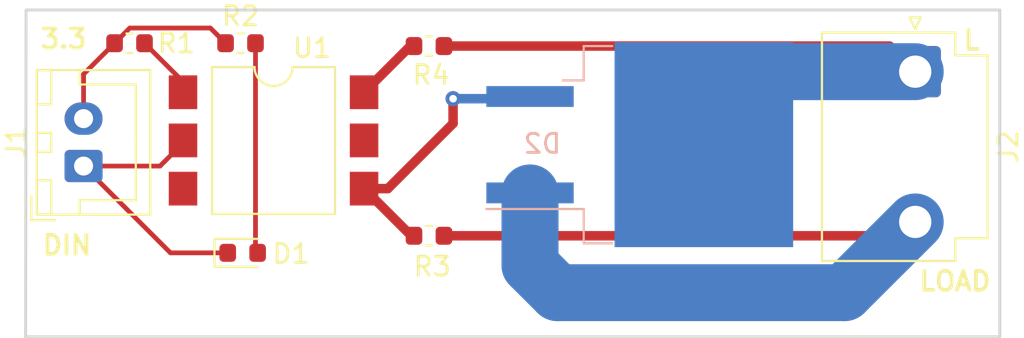
<source format=kicad_pcb>
(kicad_pcb (version 20171130) (host pcbnew 5.0.2-bee76a0~70~ubuntu18.04.1)

  (general
    (thickness 1.6)
    (drawings 8)
    (tracks 36)
    (zones 0)
    (modules 9)
    (nets 9)
  )

  (page A4)
  (layers
    (0 F.Cu signal)
    (31 B.Cu signal)
    (32 B.Adhes user)
    (33 F.Adhes user)
    (34 B.Paste user)
    (35 F.Paste user)
    (36 B.SilkS user)
    (37 F.SilkS user)
    (38 B.Mask user)
    (39 F.Mask user)
    (40 Dwgs.User user)
    (41 Cmts.User user)
    (42 Eco1.User user)
    (43 Eco2.User user)
    (44 Edge.Cuts user)
    (45 Margin user)
    (46 B.CrtYd user)
    (47 F.CrtYd user)
    (48 B.Fab user hide)
    (49 F.Fab user)
  )

  (setup
    (last_trace_width 0.25)
    (trace_clearance 0.2)
    (zone_clearance 0.508)
    (zone_45_only no)
    (trace_min 0.2)
    (segment_width 0.2)
    (edge_width 0.15)
    (via_size 0.8)
    (via_drill 0.4)
    (via_min_size 0.4)
    (via_min_drill 0.3)
    (uvia_size 0.3)
    (uvia_drill 0.1)
    (uvias_allowed no)
    (uvia_min_size 0.2)
    (uvia_min_drill 0.1)
    (pcb_text_width 0.3)
    (pcb_text_size 1.5 1.5)
    (mod_edge_width 0.15)
    (mod_text_size 1 1)
    (mod_text_width 0.15)
    (pad_size 1.524 1.524)
    (pad_drill 0.762)
    (pad_to_mask_clearance 0.051)
    (solder_mask_min_width 0.25)
    (aux_axis_origin 0 0)
    (visible_elements FFFDFF7F)
    (pcbplotparams
      (layerselection 0x010fc_ffffffff)
      (usegerberextensions true)
      (usegerberattributes false)
      (usegerberadvancedattributes false)
      (creategerberjobfile false)
      (excludeedgelayer true)
      (linewidth 0.100000)
      (plotframeref false)
      (viasonmask false)
      (mode 1)
      (useauxorigin false)
      (hpglpennumber 1)
      (hpglpenspeed 20)
      (hpglpendiameter 15.000000)
      (psnegative false)
      (psa4output false)
      (plotreference false)
      (plotvalue true)
      (plotinvisibletext false)
      (padsonsilk false)
      (subtractmaskfromsilk false)
      (outputformat 1)
      (mirror false)
      (drillshape 0)
      (scaleselection 1)
      (outputdirectory "Gerber_v1.0/"))
  )

  (net 0 "")
  (net 1 "Net-(J1-Pad2)")
  (net 2 "Net-(R1-Pad1)")
  (net 3 /ACHC1)
  (net 4 /ACHC2)
  (net 5 "Net-(D1-Pad1)")
  (net 6 "Net-(D1-Pad2)")
  (net 7 "Net-(D2-Pad3)")
  (net 8 "Net-(R4-Pad2)")

  (net_class Default "This is the default net class."
    (clearance 0.2)
    (trace_width 0.25)
    (via_dia 0.8)
    (via_drill 0.4)
    (uvia_dia 0.3)
    (uvia_drill 0.1)
    (add_net "Net-(D1-Pad1)")
    (add_net "Net-(D1-Pad2)")
    (add_net "Net-(J1-Pad2)")
    (add_net "Net-(R1-Pad1)")
  )

  (net_class ACHC ""
    (clearance 1.5)
    (trace_width 3)
    (via_dia 0.8)
    (via_drill 0.4)
    (uvia_dia 0.3)
    (uvia_drill 0.1)
  )

  (net_class ACLC ""
    (clearance 0.8)
    (trace_width 0.5)
    (via_dia 0.8)
    (via_drill 0.4)
    (uvia_dia 0.3)
    (uvia_drill 0.1)
    (add_net /ACHC1)
    (add_net /ACHC2)
    (add_net "Net-(D2-Pad3)")
    (add_net "Net-(R4-Pad2)")
  )

  (module Connector_JST:JST_VH_B2P3-VH_1x02_P7.92mm_Vertical (layer F.Cu) (tedit 5D924E0B) (tstamp 5F1BEE22)
    (at 136.3 73.5 270)
    (descr "JST VH series connector, B2P3-VH (http://www.jst-mfg.com/product/pdf/eng/eVH.pdf), generated with kicad-footprint-generator")
    (tags "connector JST VH vertical")
    (path /5F06ECC2)
    (fp_text reference J2 (at 3.96 -4.9 270) (layer F.SilkS)
      (effects (font (size 1 1) (thickness 0.15)))
    )
    (fp_text value Conn_01x02 (at 11.412635 0.686025) (layer F.Fab)
      (effects (font (size 1 1) (thickness 0.15)))
    )
    (fp_line (start -1.95 -2) (end -1.95 4.8) (layer F.Fab) (width 0.1))
    (fp_line (start -1.95 4.8) (end 9.87 4.8) (layer F.Fab) (width 0.1))
    (fp_line (start 9.87 4.8) (end 9.87 -2) (layer F.Fab) (width 0.1))
    (fp_line (start 9.87 -2) (end -1.95 -2) (layer F.Fab) (width 0.1))
    (fp_line (start -0.75 -2) (end -0.75 -3.7) (layer F.Fab) (width 0.1))
    (fp_line (start -0.75 -3.7) (end 8.67 -3.7) (layer F.Fab) (width 0.1))
    (fp_line (start 8.67 -3.7) (end 8.67 -2) (layer F.Fab) (width 0.1))
    (fp_line (start -1.95 -1) (end -0.95 0) (layer F.Fab) (width 0.1))
    (fp_line (start -1.95 1) (end -0.95 0) (layer F.Fab) (width 0.1))
    (fp_line (start -2.45 -4.2) (end -2.45 5.3) (layer F.CrtYd) (width 0.05))
    (fp_line (start -2.45 5.3) (end 10.37 5.3) (layer F.CrtYd) (width 0.05))
    (fp_line (start 10.37 5.3) (end 10.37 -4.2) (layer F.CrtYd) (width 0.05))
    (fp_line (start 10.37 -4.2) (end -2.45 -4.2) (layer F.CrtYd) (width 0.05))
    (fp_line (start -2.06 4.91) (end -2.06 -2.11) (layer F.SilkS) (width 0.12))
    (fp_line (start -2.06 -2.11) (end -0.86 -2.11) (layer F.SilkS) (width 0.12))
    (fp_line (start -0.86 -2.11) (end -0.86 -3.81) (layer F.SilkS) (width 0.12))
    (fp_line (start -0.86 -3.81) (end 8.78 -3.81) (layer F.SilkS) (width 0.12))
    (fp_line (start 8.78 -3.81) (end 8.78 -2.11) (layer F.SilkS) (width 0.12))
    (fp_line (start 8.78 -2.11) (end 9.98 -2.11) (layer F.SilkS) (width 0.12))
    (fp_line (start 9.98 -2.11) (end 9.98 4.91) (layer F.SilkS) (width 0.12))
    (fp_line (start 9.98 4.91) (end -2.06 4.91) (layer F.SilkS) (width 0.12))
    (fp_line (start -2.26 0) (end -2.86 0.3) (layer F.SilkS) (width 0.12))
    (fp_line (start -2.86 0.3) (end -2.86 -0.3) (layer F.SilkS) (width 0.12))
    (fp_line (start -2.86 -0.3) (end -2.26 0) (layer F.SilkS) (width 0.12))
    (fp_text user %R (at 3.96 4.1 270) (layer F.Fab)
      (effects (font (size 1 1) (thickness 0.15)))
    )
    (pad 1 thru_hole roundrect (at 0 0 270) (size 2.7 2.7) (drill 1.7) (layers *.Cu *.Mask) (roundrect_rratio 0.09259299999999999)
      (net 4 /ACHC2))
    (pad 2 thru_hole circle (at 7.92 0 270) (size 2.7 2.7) (drill 1.7) (layers *.Cu *.Mask)
      (net 3 /ACHC1))
    (model ${KISYS3DMOD}/Connector_JST.3dshapes/JST_VH_B2P3-VH_1x02_P7.92mm_Vertical.wrl
      (at (xyz 0 0 0))
      (scale (xyz 1 1 1))
      (rotate (xyz 0 0 0))
    )
  )

  (module Connector_JST:JST_XH_B2B-XH-A_1x02_P2.50mm_Vertical (layer F.Cu) (tedit 5C28146C) (tstamp 5F1BEE03)
    (at 92.525 78.475 90)
    (descr "JST XH series connector, B2B-XH-A (http://www.jst-mfg.com/product/pdf/eng/eXH.pdf), generated with kicad-footprint-generator")
    (tags "connector JST XH vertical")
    (path /5F0D8789)
    (fp_text reference J1 (at 1.25 -3.55 90) (layer F.SilkS)
      (effects (font (size 1 1) (thickness 0.15)))
    )
    (fp_text value Conn_01x02 (at -3.95 0.6 180) (layer F.Fab)
      (effects (font (size 1 1) (thickness 0.15)))
    )
    (fp_line (start -2.45 -2.35) (end -2.45 3.4) (layer F.Fab) (width 0.1))
    (fp_line (start -2.45 3.4) (end 4.95 3.4) (layer F.Fab) (width 0.1))
    (fp_line (start 4.95 3.4) (end 4.95 -2.35) (layer F.Fab) (width 0.1))
    (fp_line (start 4.95 -2.35) (end -2.45 -2.35) (layer F.Fab) (width 0.1))
    (fp_line (start -2.56 -2.46) (end -2.56 3.51) (layer F.SilkS) (width 0.12))
    (fp_line (start -2.56 3.51) (end 5.06 3.51) (layer F.SilkS) (width 0.12))
    (fp_line (start 5.06 3.51) (end 5.06 -2.46) (layer F.SilkS) (width 0.12))
    (fp_line (start 5.06 -2.46) (end -2.56 -2.46) (layer F.SilkS) (width 0.12))
    (fp_line (start -2.95 -2.85) (end -2.95 3.9) (layer F.CrtYd) (width 0.05))
    (fp_line (start -2.95 3.9) (end 5.45 3.9) (layer F.CrtYd) (width 0.05))
    (fp_line (start 5.45 3.9) (end 5.45 -2.85) (layer F.CrtYd) (width 0.05))
    (fp_line (start 5.45 -2.85) (end -2.95 -2.85) (layer F.CrtYd) (width 0.05))
    (fp_line (start -0.625 -2.35) (end 0 -1.35) (layer F.Fab) (width 0.1))
    (fp_line (start 0 -1.35) (end 0.625 -2.35) (layer F.Fab) (width 0.1))
    (fp_line (start 0.75 -2.45) (end 0.75 -1.7) (layer F.SilkS) (width 0.12))
    (fp_line (start 0.75 -1.7) (end 1.75 -1.7) (layer F.SilkS) (width 0.12))
    (fp_line (start 1.75 -1.7) (end 1.75 -2.45) (layer F.SilkS) (width 0.12))
    (fp_line (start 1.75 -2.45) (end 0.75 -2.45) (layer F.SilkS) (width 0.12))
    (fp_line (start -2.55 -2.45) (end -2.55 -1.7) (layer F.SilkS) (width 0.12))
    (fp_line (start -2.55 -1.7) (end -0.75 -1.7) (layer F.SilkS) (width 0.12))
    (fp_line (start -0.75 -1.7) (end -0.75 -2.45) (layer F.SilkS) (width 0.12))
    (fp_line (start -0.75 -2.45) (end -2.55 -2.45) (layer F.SilkS) (width 0.12))
    (fp_line (start 3.25 -2.45) (end 3.25 -1.7) (layer F.SilkS) (width 0.12))
    (fp_line (start 3.25 -1.7) (end 5.05 -1.7) (layer F.SilkS) (width 0.12))
    (fp_line (start 5.05 -1.7) (end 5.05 -2.45) (layer F.SilkS) (width 0.12))
    (fp_line (start 5.05 -2.45) (end 3.25 -2.45) (layer F.SilkS) (width 0.12))
    (fp_line (start -2.55 -0.2) (end -1.8 -0.2) (layer F.SilkS) (width 0.12))
    (fp_line (start -1.8 -0.2) (end -1.8 2.75) (layer F.SilkS) (width 0.12))
    (fp_line (start -1.8 2.75) (end 1.25 2.75) (layer F.SilkS) (width 0.12))
    (fp_line (start 5.05 -0.2) (end 4.3 -0.2) (layer F.SilkS) (width 0.12))
    (fp_line (start 4.3 -0.2) (end 4.3 2.75) (layer F.SilkS) (width 0.12))
    (fp_line (start 4.3 2.75) (end 1.25 2.75) (layer F.SilkS) (width 0.12))
    (fp_line (start -1.6 -2.75) (end -2.85 -2.75) (layer F.SilkS) (width 0.12))
    (fp_line (start -2.85 -2.75) (end -2.85 -1.5) (layer F.SilkS) (width 0.12))
    (fp_text user %R (at 1.25 2.7 90) (layer F.Fab)
      (effects (font (size 1 1) (thickness 0.15)))
    )
    (pad 1 thru_hole roundrect (at 0 0 90) (size 1.7 2) (drill 1) (layers *.Cu *.Mask) (roundrect_rratio 0.147059)
      (net 5 "Net-(D1-Pad1)"))
    (pad 2 thru_hole oval (at 2.5 0 90) (size 1.7 2) (drill 1) (layers *.Cu *.Mask)
      (net 1 "Net-(J1-Pad2)"))
    (model ${KISYS3DMOD}/Connector_JST.3dshapes/JST_XH_B2B-XH-A_1x02_P2.50mm_Vertical.wrl
      (at (xyz 0 0 0))
      (scale (xyz 1 1 1))
      (rotate (xyz 0 0 0))
    )
  )

  (module Resistor_SMD:R_0603_1608Metric (layer F.Cu) (tedit 5B301BBD) (tstamp 5F1BEE57)
    (at 94.945 72 180)
    (descr "Resistor SMD 0603 (1608 Metric), square (rectangular) end terminal, IPC_7351 nominal, (Body size source: http://www.tortai-tech.com/upload/download/2011102023233369053.pdf), generated with kicad-footprint-generator")
    (tags resistor)
    (path /5F06E6AE)
    (attr smd)
    (fp_text reference R1 (at -2.4625 0 180) (layer F.SilkS)
      (effects (font (size 1 1) (thickness 0.15)))
    )
    (fp_text value 220 (at 3.1375 0.05 180) (layer F.Fab)
      (effects (font (size 1 1) (thickness 0.15)))
    )
    (fp_line (start -0.8 0.4) (end -0.8 -0.4) (layer F.Fab) (width 0.1))
    (fp_line (start -0.8 -0.4) (end 0.8 -0.4) (layer F.Fab) (width 0.1))
    (fp_line (start 0.8 -0.4) (end 0.8 0.4) (layer F.Fab) (width 0.1))
    (fp_line (start 0.8 0.4) (end -0.8 0.4) (layer F.Fab) (width 0.1))
    (fp_line (start -0.162779 -0.51) (end 0.162779 -0.51) (layer F.SilkS) (width 0.12))
    (fp_line (start -0.162779 0.51) (end 0.162779 0.51) (layer F.SilkS) (width 0.12))
    (fp_line (start -1.48 0.73) (end -1.48 -0.73) (layer F.CrtYd) (width 0.05))
    (fp_line (start -1.48 -0.73) (end 1.48 -0.73) (layer F.CrtYd) (width 0.05))
    (fp_line (start 1.48 -0.73) (end 1.48 0.73) (layer F.CrtYd) (width 0.05))
    (fp_line (start 1.48 0.73) (end -1.48 0.73) (layer F.CrtYd) (width 0.05))
    (fp_text user %R (at 0 0 180) (layer F.Fab)
      (effects (font (size 0.4 0.4) (thickness 0.06)))
    )
    (pad 1 smd roundrect (at -0.7875 0 180) (size 0.875 0.95) (layers F.Cu F.Paste F.Mask) (roundrect_rratio 0.25)
      (net 2 "Net-(R1-Pad1)"))
    (pad 2 smd roundrect (at 0.7875 0 180) (size 0.875 0.95) (layers F.Cu F.Paste F.Mask) (roundrect_rratio 0.25)
      (net 1 "Net-(J1-Pad2)"))
    (model ${KISYS3DMOD}/Resistor_SMD.3dshapes/R_0603_1608Metric.wrl
      (at (xyz 0 0 0))
      (scale (xyz 1 1 1))
      (rotate (xyz 0 0 0))
    )
  )

  (module Resistor_SMD:R_0603_1608Metric (layer F.Cu) (tedit 5B301BBD) (tstamp 5F1BEE68)
    (at 110.705 82.15 180)
    (descr "Resistor SMD 0603 (1608 Metric), square (rectangular) end terminal, IPC_7351 nominal, (Body size source: http://www.tortai-tech.com/upload/download/2011102023233369053.pdf), generated with kicad-footprint-generator")
    (tags resistor)
    (path /5F06E8F2)
    (attr smd)
    (fp_text reference R3 (at -0.175 -1.625 180) (layer F.SilkS)
      (effects (font (size 1 1) (thickness 0.15)))
    )
    (fp_text value 330 (at -0.175 -3.025 180) (layer F.Fab)
      (effects (font (size 1 1) (thickness 0.15)))
    )
    (fp_line (start -0.8 0.4) (end -0.8 -0.4) (layer F.Fab) (width 0.1))
    (fp_line (start -0.8 -0.4) (end 0.8 -0.4) (layer F.Fab) (width 0.1))
    (fp_line (start 0.8 -0.4) (end 0.8 0.4) (layer F.Fab) (width 0.1))
    (fp_line (start 0.8 0.4) (end -0.8 0.4) (layer F.Fab) (width 0.1))
    (fp_line (start -0.162779 -0.51) (end 0.162779 -0.51) (layer F.SilkS) (width 0.12))
    (fp_line (start -0.162779 0.51) (end 0.162779 0.51) (layer F.SilkS) (width 0.12))
    (fp_line (start -1.48 0.73) (end -1.48 -0.73) (layer F.CrtYd) (width 0.05))
    (fp_line (start -1.48 -0.73) (end 1.48 -0.73) (layer F.CrtYd) (width 0.05))
    (fp_line (start 1.48 -0.73) (end 1.48 0.73) (layer F.CrtYd) (width 0.05))
    (fp_line (start 1.48 0.73) (end -1.48 0.73) (layer F.CrtYd) (width 0.05))
    (fp_text user %R (at -1.629525 0 180) (layer F.Fab)
      (effects (font (size 0.4 0.4) (thickness 0.06)))
    )
    (pad 1 smd roundrect (at -0.7875 0 180) (size 0.875 0.95) (layers F.Cu F.Paste F.Mask) (roundrect_rratio 0.25)
      (net 3 /ACHC1))
    (pad 2 smd roundrect (at 0.7875 0 180) (size 0.875 0.95) (layers F.Cu F.Paste F.Mask) (roundrect_rratio 0.25)
      (net 7 "Net-(D2-Pad3)"))
    (model ${KISYS3DMOD}/Resistor_SMD.3dshapes/R_0603_1608Metric.wrl
      (at (xyz 0 0 0))
      (scale (xyz 1 1 1))
      (rotate (xyz 0 0 0))
    )
  )

  (module Resistor_SMD:R_0603_1608Metric (layer F.Cu) (tedit 5B301BBD) (tstamp 5F1BEE79)
    (at 110.705 72.15 180)
    (descr "Resistor SMD 0603 (1608 Metric), square (rectangular) end terminal, IPC_7351 nominal, (Body size source: http://www.tortai-tech.com/upload/download/2011102023233369053.pdf), generated with kicad-footprint-generator")
    (tags resistor)
    (path /5F06E8C3)
    (attr smd)
    (fp_text reference R4 (at -0.12 -1.525 180) (layer F.SilkS)
      (effects (font (size 1 1) (thickness 0.15)))
    )
    (fp_text value 360 (at -0.0625 1.375 180) (layer F.Fab)
      (effects (font (size 1 1) (thickness 0.15)))
    )
    (fp_text user %R (at 0 0 180) (layer F.Fab)
      (effects (font (size 0.4 0.4) (thickness 0.06)))
    )
    (fp_line (start 1.48 0.73) (end -1.48 0.73) (layer F.CrtYd) (width 0.05))
    (fp_line (start 1.48 -0.73) (end 1.48 0.73) (layer F.CrtYd) (width 0.05))
    (fp_line (start -1.48 -0.73) (end 1.48 -0.73) (layer F.CrtYd) (width 0.05))
    (fp_line (start -1.48 0.73) (end -1.48 -0.73) (layer F.CrtYd) (width 0.05))
    (fp_line (start -0.162779 0.51) (end 0.162779 0.51) (layer F.SilkS) (width 0.12))
    (fp_line (start -0.162779 -0.51) (end 0.162779 -0.51) (layer F.SilkS) (width 0.12))
    (fp_line (start 0.8 0.4) (end -0.8 0.4) (layer F.Fab) (width 0.1))
    (fp_line (start 0.8 -0.4) (end 0.8 0.4) (layer F.Fab) (width 0.1))
    (fp_line (start -0.8 -0.4) (end 0.8 -0.4) (layer F.Fab) (width 0.1))
    (fp_line (start -0.8 0.4) (end -0.8 -0.4) (layer F.Fab) (width 0.1))
    (pad 2 smd roundrect (at 0.7875 0 180) (size 0.875 0.95) (layers F.Cu F.Paste F.Mask) (roundrect_rratio 0.25)
      (net 8 "Net-(R4-Pad2)"))
    (pad 1 smd roundrect (at -0.7875 0 180) (size 0.875 0.95) (layers F.Cu F.Paste F.Mask) (roundrect_rratio 0.25)
      (net 4 /ACHC2))
    (model ${KISYS3DMOD}/Resistor_SMD.3dshapes/R_0603_1608Metric.wrl
      (at (xyz 0 0 0))
      (scale (xyz 1 1 1))
      (rotate (xyz 0 0 0))
    )
  )

  (module Package_DIP:SMDIP-6_W9.53mm_Clearance8mm locked (layer F.Cu) (tedit 5A02E8C5) (tstamp 5F1BEE93)
    (at 102.525 77.125)
    (descr "6-lead surface-mounted (SMD) DIP package, row spacing 9.53 mm (375 mils), Clearance8mm")
    (tags "SMD DIP DIL PDIP SMDIP 2.54mm 9.53mm 375mil Clearance8mm")
    (path /5F06E61D)
    (attr smd)
    (fp_text reference U1 (at 2.025 -4.875) (layer F.SilkS)
      (effects (font (size 1 1) (thickness 0.15)))
    )
    (fp_text value MOC3083S (at 0 4.87) (layer F.Fab)
      (effects (font (size 1 1) (thickness 0.15)))
    )
    (fp_arc (start 0 -3.87) (end -1 -3.87) (angle -180) (layer F.SilkS) (width 0.12))
    (fp_line (start -2.175 -3.81) (end 3.175 -3.81) (layer F.Fab) (width 0.1))
    (fp_line (start 3.175 -3.81) (end 3.175 3.81) (layer F.Fab) (width 0.1))
    (fp_line (start 3.175 3.81) (end -3.175 3.81) (layer F.Fab) (width 0.1))
    (fp_line (start -3.175 3.81) (end -3.175 -2.81) (layer F.Fab) (width 0.1))
    (fp_line (start -3.175 -2.81) (end -2.175 -3.81) (layer F.Fab) (width 0.1))
    (fp_line (start -1 -3.87) (end -3.235 -3.87) (layer F.SilkS) (width 0.12))
    (fp_line (start -3.235 -3.87) (end -3.235 3.87) (layer F.SilkS) (width 0.12))
    (fp_line (start -3.235 3.87) (end 3.235 3.87) (layer F.SilkS) (width 0.12))
    (fp_line (start 3.235 3.87) (end 3.235 -3.87) (layer F.SilkS) (width 0.12))
    (fp_line (start 3.235 -3.87) (end 1 -3.87) (layer F.SilkS) (width 0.12))
    (fp_line (start -5.8 -4.1) (end -5.8 4.1) (layer F.CrtYd) (width 0.05))
    (fp_line (start -5.8 4.1) (end 5.8 4.1) (layer F.CrtYd) (width 0.05))
    (fp_line (start 5.8 4.1) (end 5.8 -4.1) (layer F.CrtYd) (width 0.05))
    (fp_line (start 5.8 -4.1) (end -5.8 -4.1) (layer F.CrtYd) (width 0.05))
    (fp_text user %R (at 0 0) (layer F.Fab)
      (effects (font (size 1 1) (thickness 0.15)))
    )
    (pad 1 smd rect (at -4.765 -2.54) (size 1.5 1.78) (layers F.Cu F.Paste F.Mask)
      (net 2 "Net-(R1-Pad1)"))
    (pad 4 smd rect (at 4.765 2.54) (size 1.5 1.78) (layers F.Cu F.Paste F.Mask)
      (net 7 "Net-(D2-Pad3)"))
    (pad 2 smd rect (at -4.765 0) (size 1.5 1.78) (layers F.Cu F.Paste F.Mask)
      (net 5 "Net-(D1-Pad1)"))
    (pad 5 smd rect (at 4.765 0) (size 1.5 1.78) (layers F.Cu F.Paste F.Mask))
    (pad 3 smd rect (at -4.765 2.54) (size 1.5 1.78) (layers F.Cu F.Paste F.Mask))
    (pad 6 smd rect (at 4.765 -2.54) (size 1.5 1.78) (layers F.Cu F.Paste F.Mask)
      (net 8 "Net-(R4-Pad2)"))
    (model ${KISYS3DMOD}/Package_DIP.3dshapes/SMDIP-6_W9.53mm.wrl
      (at (xyz 0 0 0))
      (scale (xyz 1 1 1))
      (rotate (xyz 0 0 0))
    )
  )

  (module LED_SMD:LED_0603_1608Metric (layer F.Cu) (tedit 5B301BBE) (tstamp 5F1C24B0)
    (at 100.9 83.05)
    (descr "LED SMD 0603 (1608 Metric), square (rectangular) end terminal, IPC_7351 nominal, (Body size source: http://www.tortai-tech.com/upload/download/2011102023233369053.pdf), generated with kicad-footprint-generator")
    (tags diode)
    (path /5F0D6F64)
    (attr smd)
    (fp_text reference D1 (at 2.55 0.05) (layer F.SilkS)
      (effects (font (size 1 1) (thickness 0.15)))
    )
    (fp_text value YELLOW (at 0 1.43) (layer F.Fab)
      (effects (font (size 1 1) (thickness 0.15)))
    )
    (fp_line (start 0.8 -0.4) (end -0.5 -0.4) (layer F.Fab) (width 0.1))
    (fp_line (start -0.5 -0.4) (end -0.8 -0.1) (layer F.Fab) (width 0.1))
    (fp_line (start -0.8 -0.1) (end -0.8 0.4) (layer F.Fab) (width 0.1))
    (fp_line (start -0.8 0.4) (end 0.8 0.4) (layer F.Fab) (width 0.1))
    (fp_line (start 0.8 0.4) (end 0.8 -0.4) (layer F.Fab) (width 0.1))
    (fp_line (start 0.8 -0.735) (end -1.485 -0.735) (layer F.SilkS) (width 0.12))
    (fp_line (start -1.485 -0.735) (end -1.485 0.735) (layer F.SilkS) (width 0.12))
    (fp_line (start -1.485 0.735) (end 0.8 0.735) (layer F.SilkS) (width 0.12))
    (fp_line (start -1.48 0.73) (end -1.48 -0.73) (layer F.CrtYd) (width 0.05))
    (fp_line (start -1.48 -0.73) (end 1.48 -0.73) (layer F.CrtYd) (width 0.05))
    (fp_line (start 1.48 -0.73) (end 1.48 0.73) (layer F.CrtYd) (width 0.05))
    (fp_line (start 1.48 0.73) (end -1.48 0.73) (layer F.CrtYd) (width 0.05))
    (fp_text user %R (at 0 0) (layer F.Fab)
      (effects (font (size 0.4 0.4) (thickness 0.06)))
    )
    (pad 1 smd roundrect (at -0.7875 0) (size 0.875 0.95) (layers F.Cu F.Paste F.Mask) (roundrect_rratio 0.25)
      (net 5 "Net-(D1-Pad1)"))
    (pad 2 smd roundrect (at 0.7875 0) (size 0.875 0.95) (layers F.Cu F.Paste F.Mask) (roundrect_rratio 0.25)
      (net 6 "Net-(D1-Pad2)"))
    (model ${KISYS3DMOD}/LED_SMD.3dshapes/LED_0603_1608Metric.wrl
      (at (xyz 0 0 0))
      (scale (xyz 1 1 1))
      (rotate (xyz 0 0 0))
    )
  )

  (module Resistor_SMD:R_0603_1608Metric (layer F.Cu) (tedit 5B301BBD) (tstamp 5F1C2843)
    (at 100.7875 72)
    (descr "Resistor SMD 0603 (1608 Metric), square (rectangular) end terminal, IPC_7351 nominal, (Body size source: http://www.tortai-tech.com/upload/download/2011102023233369053.pdf), generated with kicad-footprint-generator")
    (tags resistor)
    (path /5F0D7722)
    (attr smd)
    (fp_text reference R2 (at 0 -1.43) (layer F.SilkS)
      (effects (font (size 1 1) (thickness 0.15)))
    )
    (fp_text value 220 (at 0 1.43) (layer F.Fab)
      (effects (font (size 1 1) (thickness 0.15)))
    )
    (fp_line (start -0.8 0.4) (end -0.8 -0.4) (layer F.Fab) (width 0.1))
    (fp_line (start -0.8 -0.4) (end 0.8 -0.4) (layer F.Fab) (width 0.1))
    (fp_line (start 0.8 -0.4) (end 0.8 0.4) (layer F.Fab) (width 0.1))
    (fp_line (start 0.8 0.4) (end -0.8 0.4) (layer F.Fab) (width 0.1))
    (fp_line (start -0.162779 -0.51) (end 0.162779 -0.51) (layer F.SilkS) (width 0.12))
    (fp_line (start -0.162779 0.51) (end 0.162779 0.51) (layer F.SilkS) (width 0.12))
    (fp_line (start -1.48 0.73) (end -1.48 -0.73) (layer F.CrtYd) (width 0.05))
    (fp_line (start -1.48 -0.73) (end 1.48 -0.73) (layer F.CrtYd) (width 0.05))
    (fp_line (start 1.48 -0.73) (end 1.48 0.73) (layer F.CrtYd) (width 0.05))
    (fp_line (start 1.48 0.73) (end -1.48 0.73) (layer F.CrtYd) (width 0.05))
    (fp_text user %R (at 0 0) (layer F.Fab)
      (effects (font (size 0.4 0.4) (thickness 0.06)))
    )
    (pad 1 smd roundrect (at -0.7875 0) (size 0.875 0.95) (layers F.Cu F.Paste F.Mask) (roundrect_rratio 0.25)
      (net 1 "Net-(J1-Pad2)"))
    (pad 2 smd roundrect (at 0.7875 0) (size 0.875 0.95) (layers F.Cu F.Paste F.Mask) (roundrect_rratio 0.25)
      (net 6 "Net-(D1-Pad2)"))
    (model ${KISYS3DMOD}/Resistor_SMD.3dshapes/R_0603_1608Metric.wrl
      (at (xyz 0 0 0))
      (scale (xyz 1 1 1))
      (rotate (xyz 0 0 0))
    )
  )

  (module Package_TO_SOT_SMD:TO-263-2 (layer B.Cu) (tedit 5A70FB7B) (tstamp 5F29F524)
    (at 121.8 77.35)
    (descr "TO-263 / D2PAK / DDPAK SMD package, http://www.infineon.com/cms/en/product/packages/PG-TO263/PG-TO263-3-1/")
    (tags "D2PAK DDPAK TO-263 D2PAK-3 TO-263-3 SOT-404")
    (path /5F0E8D1D)
    (attr smd)
    (fp_text reference D2 (at -5.125 -0.05) (layer B.SilkS)
      (effects (font (size 1 1) (thickness 0.15)) (justify mirror))
    )
    (fp_text value T12XX-600G (at 0 -6.65) (layer B.Fab)
      (effects (font (size 1 1) (thickness 0.15)) (justify mirror))
    )
    (fp_line (start 6.5 5) (end 7.5 5) (layer B.Fab) (width 0.1))
    (fp_line (start 7.5 5) (end 7.5 -5) (layer B.Fab) (width 0.1))
    (fp_line (start 7.5 -5) (end 6.5 -5) (layer B.Fab) (width 0.1))
    (fp_line (start 6.5 5) (end 6.5 -5) (layer B.Fab) (width 0.1))
    (fp_line (start 6.5 -5) (end -2.75 -5) (layer B.Fab) (width 0.1))
    (fp_line (start -2.75 -5) (end -2.75 4) (layer B.Fab) (width 0.1))
    (fp_line (start -2.75 4) (end -1.75 5) (layer B.Fab) (width 0.1))
    (fp_line (start -1.75 5) (end 6.5 5) (layer B.Fab) (width 0.1))
    (fp_line (start -2.75 3.04) (end -7.45 3.04) (layer B.Fab) (width 0.1))
    (fp_line (start -7.45 3.04) (end -7.45 2.04) (layer B.Fab) (width 0.1))
    (fp_line (start -7.45 2.04) (end -2.75 2.04) (layer B.Fab) (width 0.1))
    (fp_line (start -2.75 -2.04) (end -7.45 -2.04) (layer B.Fab) (width 0.1))
    (fp_line (start -7.45 -2.04) (end -7.45 -3.04) (layer B.Fab) (width 0.1))
    (fp_line (start -7.45 -3.04) (end -2.75 -3.04) (layer B.Fab) (width 0.1))
    (fp_line (start -1.45 5.2) (end -2.95 5.2) (layer B.SilkS) (width 0.12))
    (fp_line (start -2.95 5.2) (end -2.95 3.39) (layer B.SilkS) (width 0.12))
    (fp_line (start -2.95 3.39) (end -8.075 3.39) (layer B.SilkS) (width 0.12))
    (fp_line (start -1.45 -5.2) (end -2.95 -5.2) (layer B.SilkS) (width 0.12))
    (fp_line (start -2.95 -5.2) (end -2.95 -3.39) (layer B.SilkS) (width 0.12))
    (fp_line (start -2.95 -3.39) (end -4.05 -3.39) (layer B.SilkS) (width 0.12))
    (fp_line (start -8.32 5.65) (end -8.32 -5.65) (layer B.CrtYd) (width 0.05))
    (fp_line (start -8.32 -5.65) (end 8.32 -5.65) (layer B.CrtYd) (width 0.05))
    (fp_line (start 8.32 -5.65) (end 8.32 5.65) (layer B.CrtYd) (width 0.05))
    (fp_line (start 8.32 5.65) (end -8.32 5.65) (layer B.CrtYd) (width 0.05))
    (fp_text user %R (at 0 0) (layer B.Fab)
      (effects (font (size 1 1) (thickness 0.15)) (justify mirror))
    )
    (pad 1 smd rect (at -5.775 2.54) (size 4.6 1.1) (layers B.Cu B.Paste B.Mask)
      (net 3 /ACHC1))
    (pad 3 smd rect (at -5.775 -2.54) (size 4.6 1.1) (layers B.Cu B.Paste B.Mask)
      (net 7 "Net-(D2-Pad3)"))
    (pad 2 smd rect (at 3.375 0) (size 9.4 10.8) (layers B.Cu B.Mask)
      (net 4 /ACHC2))
    (pad "" smd rect (at 5.8 -2.775) (size 4.55 5.25) (layers B.Paste))
    (pad "" smd rect (at 0.95 2.775) (size 4.55 5.25) (layers B.Paste))
    (pad "" smd rect (at 5.8 2.775) (size 4.55 5.25) (layers B.Paste))
    (pad "" smd rect (at 0.95 -2.775) (size 4.55 5.25) (layers B.Paste))
    (model ${KISYS3DMOD}/Package_TO_SOT_SMD.3dshapes/TO-263-2.wrl
      (at (xyz 0 0 0))
      (scale (xyz 1 1 1))
      (rotate (xyz 0 0 0))
    )
  )

  (gr_text DIN (at 91.65 82.65) (layer F.SilkS)
    (effects (font (size 1 1) (thickness 0.2)))
  )
  (gr_text 3.3 (at 91.475 71.775) (layer F.SilkS)
    (effects (font (size 1 1) (thickness 0.2)))
  )
  (gr_text L (at 139.275 71.85) (layer F.SilkS)
    (effects (font (size 1 1) (thickness 0.2)))
  )
  (gr_text LOAD (at 138.4 84.55) (layer F.SilkS)
    (effects (font (size 1 1) (thickness 0.2)))
  )
  (gr_line (start 89.5 70.25) (end 140.75 70.25) (layer Edge.Cuts) (width 0.15))
  (gr_line (start 89.475 87.475) (end 89.5 70.25) (layer Edge.Cuts) (width 0.15))
  (gr_line (start 140.75 87.475) (end 89.475 87.475) (layer Edge.Cuts) (width 0.15) (tstamp 5F1C220E))
  (gr_line (start 140.75 70.25) (end 140.75 87.475) (layer Edge.Cuts) (width 0.15))

  (segment (start 92.525 73.6325) (end 94.1575 72) (width 0.25) (layer F.Cu) (net 1))
  (segment (start 92.525 75.975) (end 92.525 73.6325) (width 0.25) (layer F.Cu) (net 1))
  (segment (start 99.538388 71.538388) (end 100 72) (width 0.25) (layer F.Cu) (net 1))
  (segment (start 99.19999 71.19999) (end 99.538388 71.538388) (width 0.25) (layer F.Cu) (net 1))
  (segment (start 94.95751 71.19999) (end 99.19999 71.19999) (width 0.25) (layer F.Cu) (net 1))
  (segment (start 94.1575 72) (end 94.95751 71.19999) (width 0.25) (layer F.Cu) (net 1))
  (segment (start 109.775 82.15) (end 107.29 79.665) (width 0.5) (layer F.Cu) (net 7))
  (segment (start 109.9175 82.15) (end 109.775 82.15) (width 0.5) (layer F.Cu) (net 7))
  (segment (start 97.76 74.0275) (end 97.76 74.585) (width 0.25) (layer F.Cu) (net 2))
  (segment (start 95.7325 72) (end 97.76 74.0275) (width 0.25) (layer F.Cu) (net 2))
  (segment (start 134.950001 82.769999) (end 136.3 81.42) (width 3) (layer B.Cu) (net 3))
  (segment (start 132.569999 85.150001) (end 134.950001 82.769999) (width 3) (layer B.Cu) (net 3))
  (segment (start 117.474999 85.150001) (end 132.569999 85.150001) (width 3) (layer B.Cu) (net 3))
  (segment (start 116.025 83.700002) (end 117.474999 85.150001) (width 3) (layer B.Cu) (net 3))
  (segment (start 116.025 79.89) (end 116.025 83.700002) (width 3) (layer B.Cu) (net 3))
  (segment (start 135.57 82.15) (end 136.3 81.42) (width 0.5) (layer F.Cu) (net 3))
  (segment (start 111.4925 82.15) (end 135.57 82.15) (width 0.5) (layer F.Cu) (net 3))
  (segment (start 129.025 73.5) (end 125.175 77.35) (width 3) (layer B.Cu) (net 4))
  (segment (start 136.3 73.5) (end 129.025 73.5) (width 3) (layer B.Cu) (net 4))
  (segment (start 134.95 72.15) (end 136.3 73.5) (width 0.5) (layer F.Cu) (net 4))
  (segment (start 111.4925 72.15) (end 134.95 72.15) (width 0.5) (layer F.Cu) (net 4))
  (segment (start 109.725 72.15) (end 107.29 74.585) (width 0.5) (layer F.Cu) (net 8))
  (segment (start 109.9175 72.15) (end 109.725 72.15) (width 0.5) (layer F.Cu) (net 8))
  (segment (start 96.55 78.475) (end 97.76 77.265) (width 0.25) (layer F.Cu) (net 5))
  (segment (start 97.76 77.265) (end 97.76 77.125) (width 0.25) (layer F.Cu) (net 5))
  (segment (start 92.525 78.475) (end 96.55 78.475) (width 0.25) (layer F.Cu) (net 5))
  (segment (start 97.1 83.05) (end 92.525 78.475) (width 0.25) (layer F.Cu) (net 5))
  (segment (start 100.1125 83.05) (end 97.1 83.05) (width 0.25) (layer F.Cu) (net 5))
  (segment (start 101.575 82.9375) (end 101.6875 83.05) (width 0.25) (layer F.Cu) (net 6))
  (segment (start 101.575 72) (end 101.575 82.9375) (width 0.25) (layer F.Cu) (net 6))
  (segment (start 111.975 76.23) (end 111.975 74.925) (width 0.5) (layer F.Cu) (net 7))
  (segment (start 107.29 79.665) (end 108.54 79.665) (width 0.5) (layer F.Cu) (net 7))
  (via (at 111.975 74.925) (size 0.8) (drill 0.4) (layers F.Cu B.Cu) (net 7))
  (segment (start 108.54 79.665) (end 111.975 76.23) (width 0.5) (layer F.Cu) (net 7))
  (segment (start 115.91 74.925) (end 116.025 74.81) (width 0.5) (layer B.Cu) (net 7))
  (segment (start 111.975 74.925) (end 115.91 74.925) (width 0.5) (layer B.Cu) (net 7))

)

</source>
